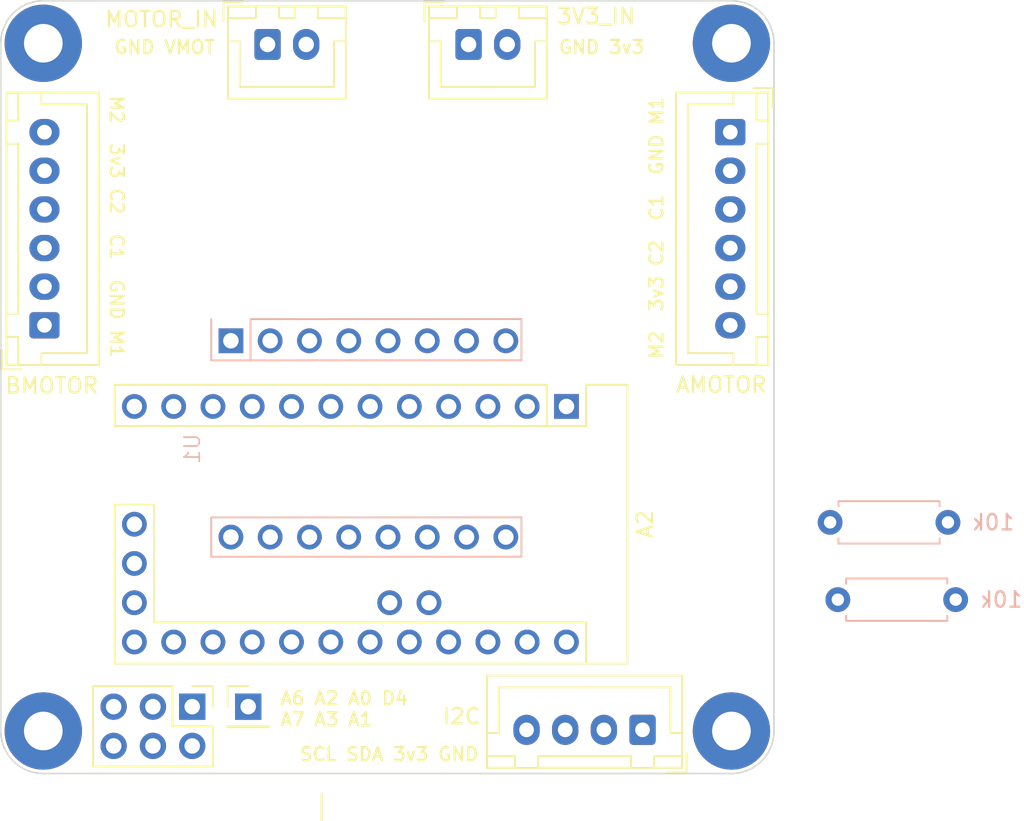
<source format=kicad_pcb>
(kicad_pcb (version 20221018) (generator pcbnew)
  (layers (0 "F.Cu" signal) (31 "B.Cu" signal) (34 "B.Paste" user) (35 "F.Paste" user) (36 "B.SilkS" user "B.Silkscreen") (37 "F.SilkS" user "F.Silkscreen") (38 "B.Mask" user) (39 "F.Mask" user) (44 "Edge.Cuts" user))
  (net 0 "")
  (net 1 "GND")
  (net 2 "AINT1")
  (net 3 "BINT1")
  (net 4 "PWMA")
  (net 5 "AIN2")
  (net 6 "AIN1")
  (net 7 "STBY")
  (net 8 "BIN1")
  (net 9 "BIN2")
  (net 10 "PWMB")
  (net 11 "AINT2")
  (net 12 "BINT2")
  (net 13 "A0")
  (net 14 "A1")
  (net 15 "A2")
  (net 16 "A3")
  (net 17 "SDA")
  (net 18 "SCL")
  (net 19 "A6")
  (net 20 "A7")
  (net 21 "VMOT")
  (net 22 "AO1")
  (net 23 "AO2")
  (net 24 "BO1")
  (net 25 "BO2")
  (net 26 "+3V3")
  (net 34 "D4")
  (footprint "Connector_JST:JST_XH_B2B-XH-A_1x02_P2.50mm_Vertical" (layer "F.Cu") (at 114.5 67.575)
    (fp_text reference "J6" hide)
    (fp_text value "3V3_IN" (at 8.25 -1.825) (layer "F.SilkS"))
    (fp_line (start -2.85 -2.75) (end -2.85 -1.5) (stroke (width 0.12)) (layer "F.SilkS"))
    (fp_line (start -2.56 -2.46) (end -2.56 3.51) (stroke (width 0.12)) (layer "F.SilkS"))
    (fp_line (start -2.56 3.51) (end 5.06 3.51) (stroke (width 0.12)) (layer "F.SilkS"))
    (fp_line (start -2.55 -2.45) (end -2.55 -1.7) (stroke (width 0.12)) (layer "F.SilkS"))
    (fp_line (start -2.55 -1.7) (end -0.75 -1.7) (stroke (width 0.12)) (layer "F.SilkS"))
    (fp_line (start -2.55 -0.2) (end -1.8 -0.2) (stroke (width 0.12)) (layer "F.SilkS"))
    (fp_line (start -1.8 -0.2) (end -1.8 2.75) (stroke (width 0.12)) (layer "F.SilkS"))
    (fp_line (start -1.8 2.75) (end 1.25 2.75) (stroke (width 0.12)) (layer "F.SilkS"))
    (fp_line (start -1.6 -2.75) (end -2.85 -2.75) (stroke (width 0.12)) (layer "F.SilkS"))
    (fp_line (start -0.75 -2.45) (end -2.55 -2.45) (stroke (width 0.12)) (layer "F.SilkS"))
    (fp_line (start -0.75 -1.7) (end -0.75 -2.45) (stroke (width 0.12)) (layer "F.SilkS"))
    (fp_line (start 0.75 -2.45) (end 0.75 -1.7) (stroke (width 0.12)) (layer "F.SilkS"))
    (fp_line (start 0.75 -1.7) (end 1.75 -1.7) (stroke (width 0.12)) (layer "F.SilkS"))
    (fp_line (start 1.75 -2.45) (end 0.75 -2.45) (stroke (width 0.12)) (layer "F.SilkS"))
    (fp_line (start 1.75 -1.7) (end 1.75 -2.45) (stroke (width 0.12)) (layer "F.SilkS"))
    (fp_line (start 3.25 -2.45) (end 3.25 -1.7) (stroke (width 0.12)) (layer "F.SilkS"))
    (fp_line (start 3.25 -1.7) (end 5.05 -1.7) (stroke (width 0.12)) (layer "F.SilkS"))
    (fp_line (start 4.3 -0.2) (end 4.3 2.75) (stroke (width 0.12)) (layer "F.SilkS"))
    (fp_line (start 4.3 2.75) (end 1.25 2.75) (stroke (width 0.12)) (layer "F.SilkS"))
    (fp_line (start 5.05 -2.45) (end 3.25 -2.45) (stroke (width 0.12)) (layer "F.SilkS"))
    (fp_line (start 5.05 -1.7) (end 5.05 -2.45) (stroke (width 0.12)) (layer "F.SilkS"))
    (fp_line (start 5.05 -0.2) (end 4.3 -0.2) (stroke (width 0.12)) (layer "F.SilkS"))
    (fp_line (start 5.06 -2.46) (end -2.56 -2.46) (stroke (width 0.12)) (layer "F.SilkS"))
    (fp_line (start 5.06 3.51) (end 5.06 -2.46) (stroke (width 0.12)) (layer "F.SilkS"))
    (pad "1" thru_hole roundrect (at 0 0) (size 1.7 2) (drill 1) (layers "*.Cu" "*.Mask") (roundrect_rratio 0.1470588235) (net 1 "GND"))
    (pad "2" thru_hole oval (at 2.5 0) (size 1.7 2) (drill 1) (layers "*.Cu" "*.Mask") (net 26 "+3V3"))
  )
  (footprint "Connector_PinHeader_2.54mm:PinHeader_1x01_P2.54mm_Vertical" (layer "F.Cu") (at 100.25 110.425)
    (fp_text reference "J7" hide)
    (fp_text value "Digital Pins" hide)
    (fp_line (start -1.33 -1.33) (end 0 -1.33) (stroke (width 0.12)) (layer "F.SilkS"))
    (fp_line (start -1.33 0) (end -1.33 -1.33) (stroke (width 0.12)) (layer "F.SilkS"))
    (fp_line (start -1.33 1.27) (end -1.33 1.33) (stroke (width 0.12)) (layer "F.SilkS"))
    (fp_line (start -1.33 1.27) (end 1.33 1.27) (stroke (width 0.12)) (layer "F.SilkS"))
    (fp_line (start -1.33 1.33) (end 1.33 1.33) (stroke (width 0.12)) (layer "F.SilkS"))
    (fp_line (start 1.33 1.27) (end 1.33 1.33) (stroke (width 0.12)) (layer "F.SilkS"))
    (pad "1" thru_hole rect (at 0 0) (size 1.7 1.7) (drill 1) (layers "*.Cu" "*.Mask") (net 34 "D4"))
  )
  (footprint "Connector_JST:JST_XH_B4B-XH-A_1x04_P2.50mm_Vertical" (layer "F.Cu") (at 125.75 111.925 180)
    (fp_text reference "J3" hide)
    (fp_text value "I2C" (at 11.7 0.875) (layer "F.SilkS"))
    (fp_line (start -2.85 -2.75) (end -2.85 -1.5) (stroke (width 0.12)) (layer "F.SilkS"))
    (fp_line (start -2.56 -2.46) (end -2.56 3.51) (stroke (width 0.12)) (layer "F.SilkS"))
    (fp_line (start -2.56 3.51) (end 10.06 3.51) (stroke (width 0.12)) (layer "F.SilkS"))
    (fp_line (start -2.55 -2.45) (end -2.55 -1.7) (stroke (width 0.12)) (layer "F.SilkS"))
    (fp_line (start -2.55 -1.7) (end -0.75 -1.7) (stroke (width 0.12)) (layer "F.SilkS"))
    (fp_line (start -2.55 -0.2) (end -1.8 -0.2) (stroke (width 0.12)) (layer "F.SilkS"))
    (fp_line (start -1.8 -0.2) (end -1.8 2.75) (stroke (width 0.12)) (layer "F.SilkS"))
    (fp_line (start -1.8 2.75) (end 3.75 2.75) (stroke (width 0.12)) (layer "F.SilkS"))
    (fp_line (start -1.6 -2.75) (end -2.85 -2.75) (stroke (width 0.12)) (layer "F.SilkS"))
    (fp_line (start -0.75 -2.45) (end -2.55 -2.45) (stroke (width 0.12)) (layer "F.SilkS"))
    (fp_line (start -0.75 -1.7) (end -0.75 -2.45) (stroke (width 0.12)) (layer "F.SilkS"))
    (fp_line (start 0.75 -2.45) (end 0.75 -1.7) (stroke (width 0.12)) (layer "F.SilkS"))
    (fp_line (start 0.75 -1.7) (end 6.75 -1.7) (stroke (width 0.12)) (layer "F.SilkS"))
    (fp_line (start 6.75 -2.45) (end 0.75 -2.45) (stroke (width 0.12)) (layer "F.SilkS"))
    (fp_line (start 6.75 -1.7) (end 6.75 -2.45) (stroke (width 0.12)) (layer "F.SilkS"))
    (fp_line (start 8.25 -2.45) (end 8.25 -1.7) (stroke (width 0.12)) (layer "F.SilkS"))
    (fp_line (start 8.25 -1.7) (end 10.05 -1.7) (stroke (width 0.12)) (layer "F.SilkS"))
    (fp_line (start 9.3 -0.2) (end 9.3 2.75) (stroke (width 0.12)) (layer "F.SilkS"))
    (fp_line (start 9.3 2.75) (end 3.75 2.75) (stroke (width 0.12)) (layer "F.SilkS"))
    (fp_line (start 10.05 -2.45) (end 8.25 -2.45) (stroke (width 0.12)) (layer "F.SilkS"))
    (fp_line (start 10.05 -1.7) (end 10.05 -2.45) (stroke (width 0.12)) (layer "F.SilkS"))
    (fp_line (start 10.05 -0.2) (end 9.3 -0.2) (stroke (width 0.12)) (layer "F.SilkS"))
    (fp_line (start 10.06 -2.46) (end -2.56 -2.46) (stroke (width 0.12)) (layer "F.SilkS"))
    (fp_line (start 10.06 3.51) (end 10.06 -2.46) (stroke (width 0.12)) (layer "F.SilkS"))
    (pad "1" thru_hole roundrect (at 0 0 180) (size 1.7 1.95) (drill 0.95) (layers "*.Cu" "*.Mask") (roundrect_rratio 0.1470588235) (net 1 "GND"))
    (pad "2" thru_hole oval (at 2.5 0 180) (size 1.7 1.95) (drill 0.95) (layers "*.Cu" "*.Mask") (net 26 "+3V3"))
    (pad "3" thru_hole oval (at 5 0 180) (size 1.7 1.95) (drill 0.95) (layers "*.Cu" "*.Mask") (net 17 "SDA"))
    (pad "4" thru_hole oval (at 7.5 0 180) (size 1.7 1.95) (drill 0.95) (layers "*.Cu" "*.Mask") (net 18 "SCL"))
  )
  (footprint "MountingHole:MountingHole_2.5mm_Pad" (layer "F.Cu") (at 131.5 67.5)
    (fp_text reference "H2" hide)
    (fp_text value "MountingHole_Pad" hide)
    (pad "1" thru_hole circle (at 0 0) (size 5 5) (drill 2.5) (layers "*.Cu" "*.Mask"))
  )
  (footprint "MountingHole:MountingHole_2.5mm_Pad" (layer "F.Cu") (at 87 67.5)
    (fp_text reference "H1" hide)
    (fp_text value "MountingHole_Pad" hide)
    (pad "1" thru_hole circle (at 0 0) (size 5 5) (drill 2.5) (layers "*.Cu" "*.Mask"))
  )
  (footprint "MountingHole:MountingHole_2.5mm_Pad" (layer "F.Cu") (at 131.5 112)
    (fp_text reference "H3" hide)
    (fp_text value "MountingHole_Pad" hide)
    (pad "1" thru_hole circle (at 0 0) (size 5 5) (drill 2.5) (layers "*.Cu" "*.Mask"))
  )
  (footprint "ProjectFootPrintLibrary:Arduino Pro Mini" (layer "F.Cu") (at 120.83 91 -90)
    (fp_text reference "A2" (at 7.62 -5.08 90) (layer "F.SilkS"))
    (fp_text value "Arduino_Pro_Mini")
    (fp_line (start -1.4 -3.94) (end -1.4 -1.27) (stroke (width 0.12)) (layer "F.SilkS"))
    (fp_line (start -1.4 1.27) (end -1.4 29.21) (stroke (width 0.12)) (layer "F.SilkS"))
    (fp_line (start 1.27 -1.27) (end -1.4 -1.27) (stroke (width 0.12)) (layer "F.SilkS"))
    (fp_line (start 1.27 1.27) (end -1.4 1.27) (stroke (width 0.12)) (layer "F.SilkS"))
    (fp_line (start 1.27 1.27) (end 1.27 -1.27) (stroke (width 0.12)) (layer "F.SilkS"))
    (fp_line (start 1.27 1.27) (end 1.27 29.21) (stroke (width 0.12)) (layer "F.SilkS"))
    (fp_line (start 1.27 29.21) (end -1.4 29.21) (stroke (width 0.12)) (layer "F.SilkS"))
    (fp_line (start 6.35 26.67) (end 6.35 29.21) (stroke (width 0.1)) (layer "F.SilkS"))
    (fp_line (start 6.35 29.21) (end 16.575 29.21) (stroke (width 0.12)) (layer "F.SilkS"))
    (fp_line (start 13.97 -1.27) (end 13.97 26.67) (stroke (width 0.12)) (layer "F.SilkS"))
    (fp_line (start 13.97 -1.27) (end 16.64 -1.27) (stroke (width 0.12)) (layer "F.SilkS"))
    (fp_line (start 13.97 26.67) (end 6.35 26.67) (stroke (width 0.1)) (layer "F.SilkS"))
    (fp_line (start 16.64 -3.94) (end -1.4 -3.94) (stroke (width 0.12)) (layer "F.SilkS"))
    (fp_line (start 16.64 29.21) (end 16.64 -3.94) (stroke (width 0.12)) (layer "F.SilkS"))
    (pad "1" thru_hole rect (at 0 0 270) (size 1.6 1.6) (drill 1) (layers "*.Cu" "*.Mask"))
    (pad "2" thru_hole oval (at 0 2.54 270) (size 1.6 1.6) (drill 1) (layers "*.Cu" "*.Mask"))
    (pad "3" thru_hole oval (at 0 5.08 270) (size 1.6 1.6) (drill 1) (layers "*.Cu" "*.Mask"))
    (pad "4" thru_hole oval (at 0 7.62 270) (size 1.6 1.6) (drill 1) (layers "*.Cu" "*.Mask") (net 1 "GND"))
    (pad "5" thru_hole oval (at 0 10.16 270) (size 1.6 1.6) (drill 1) (layers "*.Cu" "*.Mask") (net 2 "AINT1"))
    (pad "6" thru_hole oval (at 0 12.7 270) (size 1.6 1.6) (drill 1) (layers "*.Cu" "*.Mask") (net 3 "BINT1"))
    (pad "7" thru_hole oval (at 0 15.24 270) (size 1.6 1.6) (drill 1) (layers "*.Cu" "*.Mask") (net 34 "D4"))
    (pad "8" thru_hole oval (at 0 17.78 270) (size 1.6 1.6) (drill 1) (layers "*.Cu" "*.Mask") (net 4 "PWMA"))
    (pad "9" thru_hole oval (at 0 20.32 270) (size 1.6 1.6) (drill 1) (layers "*.Cu" "*.Mask") (net 5 "AIN2"))
    (pad "10" thru_hole oval (at 0 22.86 270) (size 1.6 1.6) (drill 1) (layers "*.Cu" "*.Mask") (net 6 "AIN1"))
    (pad "11" thru_hole oval (at 0 25.4 270) (size 1.6 1.6) (drill 1) (layers "*.Cu" "*.Mask") (net 7 "STBY"))
    (pad "12" thru_hole oval (at 0 27.94 270) (size 1.6 1.6) (drill 1) (layers "*.Cu" "*.Mask") (net 8 "BIN1"))
    (pad "13" thru_hole oval (at 7.62 27.94 270) (size 1.6 1.6) (drill 1) (layers "*.Cu" "*.Mask") (net 1 "GND"))
    (pad "14" thru_hole oval (at 10.16 27.94 270) (size 1.6 1.6) (drill 1) (layers "*.Cu" "*.Mask") (net 19 "A6"))
    (pad "15" thru_hole oval (at 12.7 27.94 270) (size 1.6 1.6) (drill 1) (layers "*.Cu" "*.Mask") (net 20 "A7"))
    (pad "16" thru_hole oval (at 15.24 27.94 270) (size 1.6 1.6) (drill 1) (layers "*.Cu" "*.Mask") (net 9 "BIN2"))
    (pad "17" thru_hole oval (at 15.24 25.4 270) (size 1.6 1.6) (drill 1) (layers "*.Cu" "*.Mask") (net 10 "PWMB"))
    (pad "18" thru_hole oval (at 15.24 22.86 270) (size 1.6 1.6) (drill 1) (layers "*.Cu" "*.Mask") (net 11 "AINT2"))
    (pad "19" thru_hole oval (at 15.24 20.32 270) (size 1.6 1.6) (drill 1) (layers "*.Cu" "*.Mask") (net 12 "BINT2"))
    (pad "20" thru_hole oval (at 15.24 17.78 270) (size 1.6 1.6) (drill 1) (layers "*.Cu" "*.Mask") (net 13 "A0"))
    (pad "21" thru_hole oval (at 15.24 15.24 270) (size 1.6 1.6) (drill 1) (layers "*.Cu" "*.Mask") (net 14 "A1"))
    (pad "22" thru_hole oval (at 15.24 12.7 270) (size 1.6 1.6) (drill 1) (layers "*.Cu" "*.Mask") (net 15 "A2"))
    (pad "23" thru_hole oval (at 15.24 10.16 270) (size 1.6 1.6) (drill 1) (layers "*.Cu" "*.Mask") (net 16 "A3"))
    (pad "24" thru_hole oval (at 12.7 11.43 270) (size 1.6 1.6) (drill 1) (layers "*.Cu" "*.Mask") (net 17 "SDA"))
    (pad "25" thru_hole oval (at 12.7 8.89 270) (size 1.6 1.6) (drill 1) (layers "*.Cu" "*.Mask") (net 18 "SCL"))
    (pad "26" thru_hole oval (at 15.24 7.62 270) (size 1.6 1.6) (drill 1) (layers "*.Cu" "*.Mask") (net 26 "+3V3"))
    (pad "27" thru_hole oval (at 15.24 5.08 270) (size 1.6 1.6) (drill 1) (layers "*.Cu" "*.Mask"))
    (pad "28" thru_hole oval (at 15.24 2.54 270) (size 1.6 1.6) (drill 1) (layers "*.Cu" "*.Mask") (net 1 "GND"))
    (pad "29" thru_hole oval (at 15.24 0 270) (size 1.6 1.6) (drill 1) (layers "*.Cu" "*.Mask"))
  )
  (footprint "MountingHole:MountingHole_2.5mm_Pad" (layer "F.Cu") (at 87 112)
    (fp_text reference "H4" hide)
    (fp_text value "MountingHole_Pad" hide)
    (pad "1" thru_hole circle (at 0 0) (size 5 5) (drill 2.5) (layers "*.Cu" "*.Mask"))
  )
  (footprint "Connector_JST:JST_XH_B6B-XH-A_1x06_P2.50mm_Vertical" (layer "F.Cu") (at 87.075 85.75 90)
    (fp_text reference "J2" hide)
    (fp_text value "BMOTOR" (at -3.9 0.475 180) (layer "F.SilkS"))
    (fp_line (start -2.85 -2.75) (end -2.85 -1.5) (stroke (width 0.12)) (layer "F.SilkS"))
    (fp_line (start -2.56 -2.46) (end -2.56 3.51) (stroke (width 0.12)) (layer "F.SilkS"))
    (fp_line (start -2.56 3.51) (end 15.06 3.51) (stroke (width 0.12)) (layer "F.SilkS"))
    (fp_line (start -2.55 -2.45) (end -2.55 -1.7) (stroke (width 0.12)) (layer "F.SilkS"))
    (fp_line (start -2.55 -1.7) (end -0.75 -1.7) (stroke (width 0.12)) (layer "F.SilkS"))
    (fp_line (start -2.55 -0.2) (end -1.8 -0.2) (stroke (width 0.12)) (layer "F.SilkS"))
    (fp_line (start -1.8 -0.2) (end -1.8 2.75) (stroke (width 0.12)) (layer "F.SilkS"))
    (fp_line (start -1.8 2.75) (end 6.25 2.75) (stroke (width 0.12)) (layer "F.SilkS"))
    (fp_line (start -1.6 -2.75) (end -2.85 -2.75) (stroke (width 0.12)) (layer "F.SilkS"))
    (fp_line (start -0.75 -2.45) (end -2.55 -2.45) (stroke (width 0.12)) (layer "F.SilkS"))
    (fp_line (start -0.75 -1.7) (end -0.75 -2.45) (stroke (width 0.12)) (layer "F.SilkS"))
    (fp_line (start 0.75 -2.45) (end 0.75 -1.7) (stroke (width 0.12)) (layer "F.SilkS"))
    (fp_line (start 0.75 -1.7) (end 11.75 -1.7) (stroke (width 0.12)) (layer "F.SilkS"))
    (fp_line (start 11.75 -2.45) (end 0.75 -2.45) (stroke (width 0.12)) (layer "F.SilkS"))
    (fp_line (start 11.75 -1.7) (end 11.75 -2.45) (stroke (width 0.12)) (layer "F.SilkS"))
    (fp_line (start 13.25 -2.45) (end 13.25 -1.7) (stroke (width 0.12)) (layer "F.SilkS"))
    (fp_line (start 13.25 -1.7) (end 15.05 -1.7) (stroke (width 0.12)) (layer "F.SilkS"))
    (fp_line (start 14.3 -0.2) (end 14.3 2.75) (stroke (width 0.12)) (layer "F.SilkS"))
    (fp_line (start 14.3 2.75) (end 6.25 2.75) (stroke (width 0.12)) (layer "F.SilkS"))
    (fp_line (start 15.05 -2.45) (end 13.25 -2.45) (stroke (width 0.12)) (layer "F.SilkS"))
    (fp_line (start 15.05 -1.7) (end 15.05 -2.45) (stroke (width 0.12)) (layer "F.SilkS"))
    (fp_line (start 15.05 -0.2) (end 14.3 -0.2) (stroke (width 0.12)) (layer "F.SilkS"))
    (fp_line (start 15.06 -2.46) (end -2.56 -2.46) (stroke (width 0.12)) (layer "F.SilkS"))
    (fp_line (start 15.06 3.51) (end 15.06 -2.46) (stroke (width 0.12)) (layer "F.SilkS"))
    (pad "1" thru_hole roundrect (at 0 0 90) (size 1.7 1.95) (drill 0.95) (layers "*.Cu" "*.Mask") (roundrect_rratio 0.1470588235) (net 24 "BO1"))
    (pad "2" thru_hole oval (at 2.5 0 90) (size 1.7 1.95) (drill 0.95) (layers "*.Cu" "*.Mask") (net 1 "GND"))
    (pad "3" thru_hole oval (at 5 0 90) (size 1.7 1.95) (drill 0.95) (layers "*.Cu" "*.Mask") (net 3 "BINT1"))
    (pad "4" thru_hole oval (at 7.5 0 90) (size 1.7 1.95) (drill 0.95) (layers "*.Cu" "*.Mask") (net 12 "BINT2"))
    (pad "5" thru_hole oval (at 10 0 90) (size 1.7 1.95) (drill 0.95) (layers "*.Cu" "*.Mask") (net 26 "+3V3"))
    (pad "6" thru_hole oval (at 12.5 0 90) (size 1.7 1.95) (drill 0.95) (layers "*.Cu" "*.Mask") (net 25 "BO2"))
  )
  (footprint "Connector_JST:JST_XH_B2B-XH-A_1x02_P2.50mm_Vertical" (layer "F.Cu") (at 101.5 67.575)
    (fp_text reference "J5" hide)
    (fp_text value "MOTOR_IN" (at -6.85 -1.625) (layer "F.SilkS"))
    (fp_line (start -2.85 -2.75) (end -2.85 -1.5) (stroke (width 0.12)) (layer "F.SilkS"))
    (fp_line (start -2.56 -2.46) (end -2.56 3.51) (stroke (width 0.12)) (layer "F.SilkS"))
    (fp_line (start -2.56 3.51) (end 5.06 3.51) (stroke (width 0.12)) (layer "F.SilkS"))
    (fp_line (start -2.55 -2.45) (end -2.55 -1.7) (stroke (width 0.12)) (layer "F.SilkS"))
    (fp_line (start -2.55 -1.7) (end -0.75 -1.7) (stroke (width 0.12)) (layer "F.SilkS"))
    (fp_line (start -2.55 -0.2) (end -1.8 -0.2) (stroke (width 0.12)) (layer "F.SilkS"))
    (fp_line (start -1.8 -0.2) (end -1.8 2.75) (stroke (width 0.12)) (layer "F.SilkS"))
    (fp_line (start -1.8 2.75) (end 1.25 2.75) (stroke (width 0.12)) (layer "F.SilkS"))
    (fp_line (start -1.6 -2.75) (end -2.85 -2.75) (stroke (width 0.12)) (layer "F.SilkS"))
    (fp_line (start -0.75 -2.45) (end -2.55 -2.45) (stroke (width 0.12)) (layer "F.SilkS"))
    (fp_line (start -0.75 -1.7) (end -0.75 -2.45) (stroke (width 0.12)) (layer "F.SilkS"))
    (fp_line (start 0.75 -2.45) (end 0.75 -1.7) (stroke (width 0.12)) (layer "F.SilkS"))
    (fp_line (start 0.75 -1.7) (end 1.75 -1.7) (stroke (width 0.12)) (layer "F.SilkS"))
    (fp_line (start 1.75 -2.45) (end 0.75 -2.45) (stroke (width 0.12)) (layer "F.SilkS"))
    (fp_line (start 1.75 -1.7) (end 1.75 -2.45) (stroke (width 0.12)) (layer "F.SilkS"))
    (fp_line (start 3.25 -2.45) (end 3.25 -1.7) (stroke (width 0.12)) (layer "F.SilkS"))
    (fp_line (start 3.25 -1.7) (end 5.05 -1.7) (stroke (width 0.12)) (layer "F.SilkS"))
    (fp_line (start 4.3 -0.2) (end 4.3 2.75) (stroke (width 0.12)) (layer "F.SilkS"))
    (fp_line (start 4.3 2.75) (end 1.25 2.75) (stroke (width 0.12)) (layer "F.SilkS"))
    (fp_line (start 5.05 -2.45) (end 3.25 -2.45) (stroke (width 0.12)) (layer "F.SilkS"))
    (fp_line (start 5.05 -1.7) (end 5.05 -2.45) (stroke (width 0.12)) (layer "F.SilkS"))
    (fp_line (start 5.05 -0.2) (end 4.3 -0.2) (stroke (width 0.12)) (layer "F.SilkS"))
    (fp_line (start 5.06 -2.46) (end -2.56 -2.46) (stroke (width 0.12)) (layer "F.SilkS"))
    (fp_line (start 5.06 3.51) (end 5.06 -2.46) (stroke (width 0.12)) (layer "F.SilkS"))
    (pad "1" thru_hole roundrect (at 0 0) (size 1.7 2) (drill 1) (layers "*.Cu" "*.Mask") (roundrect_rratio 0.1470588235) (net 1 "GND"))
    (pad "2" thru_hole oval (at 2.5 0) (size 1.7 2) (drill 1) (layers "*.Cu" "*.Mask") (net 21 "VMOT"))
  )
  (footprint "Connector_JST:JST_XH_B6B-XH-A_1x06_P2.50mm_Vertical" (layer "F.Cu") (at 131.425 73.25 -90)
    (fp_text reference "J1" hide)
    (fp_text value "AMOTOR" (at 16.35 0.575) (layer "F.SilkS"))
    (fp_line (start -2.85 -2.75) (end -2.85 -1.5) (stroke (width 0.12)) (layer "F.SilkS"))
    (fp_line (start -2.56 -2.46) (end -2.56 3.51) (stroke (width 0.12)) (layer "F.SilkS"))
    (fp_line (start -2.56 3.51) (end 15.06 3.51) (stroke (width 0.12)) (layer "F.SilkS"))
    (fp_line (start -2.55 -2.45) (end -2.55 -1.7) (stroke (width 0.12)) (layer "F.SilkS"))
    (fp_line (start -2.55 -1.7) (end -0.75 -1.7) (stroke (width 0.12)) (layer "F.SilkS"))
    (fp_line (start -2.55 -0.2) (end -1.8 -0.2) (stroke (width 0.12)) (layer "F.SilkS"))
    (fp_line (start -1.8 -0.2) (end -1.8 2.75) (stroke (width 0.12)) (layer "F.SilkS"))
    (fp_line (start -1.8 2.75) (end 6.25 2.75) (stroke (width 0.12)) (layer "F.SilkS"))
    (fp_line (start -1.6 -2.75) (end -2.85 -2.75) (stroke (width 0.12)) (layer "F.SilkS"))
    (fp_line (start -0.75 -2.45) (end -2.55 -2.45) (stroke (width 0.12)) (layer "F.SilkS"))
    (fp_line (start -0.75 -1.7) (end -0.75 -2.45) (stroke (width 0.12)) (layer "F.SilkS"))
    (fp_line (start 0.75 -2.45) (end 0.75 -1.7) (stroke (width 0.12)) (layer "F.SilkS"))
    (fp_line (start 0.75 -1.7) (end 11.75 -1.7) (stroke (width 0.12)) (layer "F.SilkS"))
    (fp_line (start 11.75 -2.45) (end 0.75 -2.45) (stroke (width 0.12)) (layer "F.SilkS"))
    (fp_line (start 11.75 -1.7) (end 11.75 -2.45) (stroke (width 0.12)) (layer "F.SilkS"))
    (fp_line (start 13.25 -2.45) (end 13.25 -1.7) (stroke (width 0.12)) (layer "F.SilkS"))
    (fp_line (start 13.25 -1.7) (end 15.05 -1.7) (stroke (width 0.12)) (layer "F.SilkS"))
    (fp_line (start 14.3 -0.2) (end 14.3 2.75) (stroke (width 0.12)) (layer "F.SilkS"))
    (fp_line (start 14.3 2.75) (end 6.25 2.75) (stroke (width 0.12)) (layer "F.SilkS"))
    (fp_line (start 15.05 -2.45) (end 13.25 -2.45) (stroke (width 0.12)) (layer "F.SilkS"))
    (fp_line (start 15.05 -1.7) (end 15.05 -2.45) (stroke (width 0.12)) (layer "F.SilkS"))
    (fp_line (start 15.05 -0.2) (end 14.3 -0.2) (stroke (width 0.12)) (layer "F.SilkS"))
    (fp_line (start 15.06 -2.46) (end -2.56 -2.46) (stroke (width 0.12)) (layer "F.SilkS"))
    (fp_line (start 15.06 3.51) (end 15.06 -2.46) (stroke (width 0.12)) (layer "F.SilkS"))
    (pad "1" thru_hole roundrect (at 0 0 270) (size 1.7 1.95) (drill 0.95) (layers "*.Cu" "*.Mask") (roundrect_rratio 0.1470588235) (net 22 "AO1"))
    (pad "2" thru_hole oval (at 2.5 0 270) (size 1.7 1.95) (drill 0.95) (layers "*.Cu" "*.Mask") (net 1 "GND"))
    (pad "3" thru_hole oval (at 5 0 270) (size 1.7 1.95) (drill 0.95) (layers "*.Cu" "*.Mask") (net 2 "AINT1"))
    (pad "4" thru_hole oval (at 7.5 0 270) (size 1.7 1.95) (drill 0.95) (layers "*.Cu" "*.Mask") (net 11 "AINT2"))
    (pad "5" thru_hole oval (at 10 0 270) (size 1.7 1.95) (drill 0.95) (layers "*.Cu" "*.Mask") (net 26 "+3V3"))
    (pad "6" thru_hole oval (at 12.5 0 270) (size 1.7 1.95) (drill 0.95) (layers "*.Cu" "*.Mask") (net 23 "AO2"))
  )
  (footprint "Connector_PinHeader_2.54mm:PinHeader_2x03_P2.54mm_Vertical" (layer "F.Cu") (at 96.63 110.425 -90)
    (fp_text reference "J4" hide)
    (fp_text value "AnalogPins" hide)
    (fp_line (start -1.33 -1.33) (end 0 -1.33) (stroke (width 0.12)) (layer "F.SilkS"))
    (fp_line (start -1.33 0) (end -1.33 -1.33) (stroke (width 0.12)) (layer "F.SilkS"))
    (fp_line (start -1.33 1.27) (end -1.33 6.41) (stroke (width 0.12)) (layer "F.SilkS"))
    (fp_line (start -1.33 1.27) (end 1.27 1.27) (stroke (width 0.12)) (layer "F.SilkS"))
    (fp_line (start -1.33 6.41) (end 3.87 6.41) (stroke (width 0.12)) (layer "F.SilkS"))
    (fp_line (start 1.27 -1.33) (end 3.87 -1.33) (stroke (width 0.12)) (layer "F.SilkS"))
    (fp_line (start 1.27 1.27) (end 1.27 -1.33) (stroke (width 0.12)) (layer "F.SilkS"))
    (fp_line (start 3.87 -1.33) (end 3.87 6.41) (stroke (width 0.12)) (layer "F.SilkS"))
    (pad "1" thru_hole rect (at 0 0 270) (size 1.7 1.7) (drill 1) (layers "*.Cu" "*.Mask") (net 13 "A0"))
    (pad "2" thru_hole oval (at 2.54 0 270) (size 1.7 1.7) (drill 1) (layers "*.Cu" "*.Mask") (net 14 "A1"))
    (pad "3" thru_hole oval (at 0 2.54 270) (size 1.7 1.7) (drill 1) (layers "*.Cu" "*.Mask") (net 15 "A2"))
    (pad "4" thru_hole oval (at 2.54 2.54 270) (size 1.7 1.7) (drill 1) (layers "*.Cu" "*.Mask") (net 16 "A3"))
    (pad "5" thru_hole oval (at 0 5.08 270) (size 1.7 1.7) (drill 1) (layers "*.Cu" "*.Mask") (net 19 "A6"))
    (pad "6" thru_hole oval (at 2.54 5.08 270) (size 1.7 1.7) (drill 1) (layers "*.Cu" "*.Mask") (net 20 "A7"))
  )
  (footprint "Resistor_THT:R_Axial_DIN0207_L6.3mm_D2.5mm_P7.62mm_Horizontal" (layer "B.Cu") (at 138.38 103.5)
    (fp_text reference "R2" hide)
    (fp_text value "10k" (at 10.57 0) (layer "B.SilkS") (effects (justify mirror)))
    (fp_line (start 0.54 -1.37) (end 7.08 -1.37) (stroke (width 0.12)) (layer "B.SilkS"))
    (fp_line (start 0.54 -1.04) (end 0.54 -1.37) (stroke (width 0.12)) (layer "B.SilkS"))
    (fp_line (start 0.54 1.04) (end 0.54 1.37) (stroke (width 0.12)) (layer "B.SilkS"))
    (fp_line (start 0.54 1.37) (end 7.08 1.37) (stroke (width 0.12)) (layer "B.SilkS"))
    (fp_line (start 7.08 -1.37) (end 7.08 -1.04) (stroke (width 0.12)) (layer "B.SilkS"))
    (fp_line (start 7.08 1.37) (end 7.08 1.04) (stroke (width 0.12)) (layer "B.SilkS"))
    (pad "1" thru_hole circle (at 0 0) (size 1.6 1.6) (drill 0.8) (layers "*.Cu" "*.Mask") (net 26 "+3V3"))
    (pad "2" thru_hole oval (at 7.62 0) (size 1.6 1.6) (drill 0.8) (layers "*.Cu" "*.Mask") (net 17 "SDA"))
  )
  (footprint "ProjectFootPrintLibrary:TB6612FBG_Breakout" (layer "B.Cu") (at 99.13 86.75 -90)
    (fp_text reference "U1" (at 7 2.5 90 unlocked) (layer "B.SilkS") (effects (font (thickness 0.1)) (justify mirror)))
    (fp_text value "TB6612FNG_Breakout")
    (fp_line (start -1.4 -1.27) (end -1.405 -18.79) (stroke (width 0.12)) (layer "B.SilkS"))
    (fp_line (start 1.265 -18.79) (end -1.405 -18.79) (stroke (width 0.12)) (layer "B.SilkS"))
    (fp_line (start 1.27 -1.27) (end -1.4 -1.27) (stroke (width 0.12)) (layer "B.SilkS"))
    (fp_line (start 1.27 -1.27) (end 1.265 -18.79) (stroke (width 0.12)) (layer "B.SilkS"))
    (fp_line (start 1.27 -1.27) (end 1.27 1.27) (stroke (width 0.12)) (layer "B.SilkS"))
    (fp_line (start 1.27 1.27) (end -1.4 1.27) (stroke (width 0.12)) (layer "B.SilkS"))
    (fp_line (start 11.4325 -1.27) (end 11.4275 -18.79) (stroke (width 0.12)) (layer "B.SilkS"))
    (fp_line (start 11.4325 1.27) (end 11.4325 -1.27) (stroke (width 0.12)) (layer "B.SilkS"))
    (fp_line (start 13.97 -18.79) (end 11.4275 -18.79) (stroke (width 0.12)) (layer "B.SilkS"))
    (fp_line (start 13.97 -1.27) (end 13.97 -18.79) (stroke (width 0.12)) (layer "B.SilkS"))
    (fp_line (start 13.97 -1.27) (end 13.97 1.27) (stroke (width 0.12)) (layer "B.SilkS"))
    (fp_line (start 13.97 1.27) (end 11.4325 1.27) (stroke (width 0.12)) (layer "B.SilkS"))
    (pad "1" thru_hole rect (at 0 0 270) (size 1.6 1.6) (drill 1) (layers "*.Cu" "*.Mask") (net 1 "GND"))
    (pad "2" thru_hole oval (at 0 -2.54 270) (size 1.6 1.6) (drill 1) (layers "*.Cu" "*.Mask") (net 26 "+3V3"))
    (pad "3" thru_hole oval (at 0 -5.08 270) (size 1.6 1.6) (drill 1) (layers "*.Cu" "*.Mask") (net 22 "AO1"))
    (pad "4" thru_hole oval (at 0 -7.62 270) (size 1.6 1.6) (drill 1) (layers "*.Cu" "*.Mask") (net 23 "AO2"))
    (pad "5" thru_hole oval (at 0 -10.16 270) (size 1.6 1.6) (drill 1) (layers "*.Cu" "*.Mask") (net 25 "BO2"))
    (pad "6" thru_hole oval (at 0 -12.7 270) (size 1.6 1.6) (drill 1) (layers "*.Cu" "*.Mask") (net 24 "BO1"))
    (pad "7" thru_hole oval (at 0 -15.24 270) (size 1.6 1.6) (drill 1) (layers "*.Cu" "*.Mask") (net 21 "VMOT"))
    (pad "8" thru_hole oval (at 0 -17.78 270) (size 1.6 1.6) (drill 1) (layers "*.Cu" "*.Mask") (net 1 "GND"))
    (pad "9" thru_hole oval (at 12.7 -17.78 270) (size 1.6 1.6) (drill 1) (layers "*.Cu" "*.Mask") (net 1 "GND"))
    (pad "10" thru_hole oval (at 12.7 -15.24 270) (size 1.6 1.6) (drill 1) (layers "*.Cu" "*.Mask") (net 10 "PWMB"))
    (pad "11" thru_hole oval (at 12.7 -12.7 270) (size 1.6 1.6) (drill 1) (layers "*.Cu" "*.Mask") (net 9 "BIN2"))
    (pad "12" thru_hole oval (at 12.7 -10.16 270) (size 1.6 1.6) (drill 1) (layers "*.Cu" "*.Mask") (net 8 "BIN1"))
    (pad "13" thru_hole oval (at 12.7 -7.62 270) (size 1.6 1.6) (drill 1) (layers "*.Cu" "*.Mask") (net 7 "STBY"))
    (pad "14" thru_hole oval (at 12.7 -5.08 270) (size 1.6 1.6) (drill 1) (layers "*.Cu" "*.Mask") (net 5 "AIN2"))
    (pad "15" thru_hole oval (at 12.7 -2.54 270) (size 1.6 1.6) (drill 1) (layers "*.Cu" "*.Mask") (net 6 "AIN1"))
    (pad "16" thru_hole oval (at 12.7 0 270) (size 1.6 1.6) (drill 1) (layers "*.Cu" "*.Mask") (net 4 "PWMA"))
  )
  (footprint "Resistor_THT:R_Axial_DIN0207_L6.3mm_D2.5mm_P7.62mm_Horizontal" (layer "B.Cu") (at 137.88 98.5)
    (fp_text reference "R1" hide)
    (fp_text value "10k" (at 10.545335 -0.001648) (layer "B.SilkS") (effects (justify mirror)))
    (fp_line (start 0.54 -1.37) (end 7.08 -1.37) (stroke (width 0.12)) (layer "B.SilkS"))
    (fp_line (start 0.54 -1.04) (end 0.54 -1.37) (stroke (width 0.12)) (layer "B.SilkS"))
    (fp_line (start 0.54 1.04) (end 0.54 1.37) (stroke (width 0.12)) (layer "B.SilkS"))
    (fp_line (start 0.54 1.37) (end 7.08 1.37) (stroke (width 0.12)) (layer "B.SilkS"))
    (fp_line (start 7.08 -1.37) (end 7.08 -1.04) (stroke (width 0.12)) (layer "B.SilkS"))
    (fp_line (start 7.08 1.37) (end 7.08 1.04) (stroke (width 0.12)) (layer "B.SilkS"))
    (pad "1" thru_hole circle (at 0 0) (size 1.6 1.6) (drill 0.8) (layers "*.Cu" "*.Mask") (net 26 "+3V3"))
    (pad "2" thru_hole oval (at 7.62 0) (size 1.6 1.6) (drill 0.8) (layers "*.Cu" "*.Mask") (net 18 "SCL"))
  )
  (gr_line (start 105 116.05) (end 105 117.75) (stroke (width 0.15)) (layer "F.SilkS"))
  (gr_line (start 87 64.75) (end 131.5 64.75) (stroke (width 0.1)) (layer "Edge.Cuts"))
  (gr_line (start 84.25 112) (end 84.25 67.5) (stroke (width 0.1)) (layer "Edge.Cuts"))
  (gr_arc (start 131.5 64.75) (mid 133.444544 65.555456) (end 134.25 67.5) (stroke (width 0.1)) (layer "Edge.Cuts"))
  (gr_line (start 134.25 112) (end 134.25 67.5) (stroke (width 0.1)) (layer "Edge.Cuts"))
  (gr_arc (start 84.25 67.5) (mid 85.055456 65.555456) (end 87 64.75) (stroke (width 0.1)) (layer "Edge.Cuts"))
  (gr_arc (start 87 114.75) (mid 85.055456 113.944544) (end 84.25 112) (stroke (width 0.1)) (layer "Edge.Cuts"))
  (gr_line (start 87 114.75) (end 131.5 114.75) (stroke (width 0.1)) (layer "Edge.Cuts"))
  (gr_arc (start 134.25 112) (mid 133.444544 113.944544) (end 131.5 114.75) (stroke (width 0.1)) (layer "Edge.Cuts"))
  (gr_text "M2  3v3 C2  C1  GND M1" (at 127.15 88 90) (layer "F.SilkS") (effects (font (size 0.85 0.85) (thickness 0.15) bold) (justify left bottom)))
  (gr_text "GND 3v3" (at 120.25 68.25) (layer "F.SilkS") (effects (font (size 0.85 0.85) (thickness 0.15) bold) (justify left bottom)))
  (gr_text "A6 A2 A0 D4\nA7 A3 A1" (at 102.25 111.75) (layer "F.SilkS") (effects (font (size 0.85 0.85) (thickness 0.15) bold) (justify left bottom)))
  (gr_text "GND VMOT" (at 91.5 68.25) (layer "F.SilkS") (effects (font (size 0.85 0.85) (thickness 0.15) bold) (justify left bottom)))
  (gr_text "SCL SDA 3v3 GND" (at 103.5 114) (layer "F.SilkS") (effects (font (size 0.85 0.85) (thickness 0.15) bold) (justify left bottom)))
  (gr_text "M2  3v3 C2  C1  GND M1" (at 91.25 70.8 270) (layer "F.SilkS") (effects (font (size 0.85 0.85) (thickness 0.15) bold) (justify left bottom)))
)
</source>
